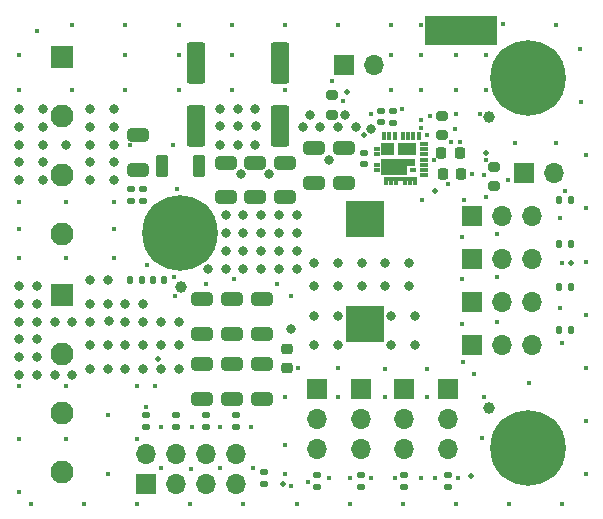
<source format=gts>
%TF.GenerationSoftware,KiCad,Pcbnew,6.0.1-79c1e3a40b~116~ubuntu20.04.1*%
%TF.CreationDate,2022-01-22T21:44:10+01:00*%
%TF.ProjectId,Step_Down_Converter,53746570-5f44-46f7-976e-5f436f6e7665,rev?*%
%TF.SameCoordinates,Original*%
%TF.FileFunction,Soldermask,Top*%
%TF.FilePolarity,Negative*%
%FSLAX46Y46*%
G04 Gerber Fmt 4.6, Leading zero omitted, Abs format (unit mm)*
G04 Created by KiCad (PCBNEW 6.0.1-79c1e3a40b~116~ubuntu20.04.1) date 2022-01-22 21:44:10*
%MOMM*%
%LPD*%
G01*
G04 APERTURE LIST*
G04 Aperture macros list*
%AMRoundRect*
0 Rectangle with rounded corners*
0 $1 Rounding radius*
0 $2 $3 $4 $5 $6 $7 $8 $9 X,Y pos of 4 corners*
0 Add a 4 corners polygon primitive as box body*
4,1,4,$2,$3,$4,$5,$6,$7,$8,$9,$2,$3,0*
0 Add four circle primitives for the rounded corners*
1,1,$1+$1,$2,$3*
1,1,$1+$1,$4,$5*
1,1,$1+$1,$6,$7*
1,1,$1+$1,$8,$9*
0 Add four rect primitives between the rounded corners*
20,1,$1+$1,$2,$3,$4,$5,0*
20,1,$1+$1,$4,$5,$6,$7,0*
20,1,$1+$1,$6,$7,$8,$9,0*
20,1,$1+$1,$8,$9,$2,$3,0*%
%AMFreePoly0*
4,1,16,2.200035,0.362535,2.200050,0.362500,2.200050,0.087500,2.200035,0.087465,2.200000,0.087450,0.150000,0.087450,0.150000,-0.362500,-0.150000,-0.362500,-0.150000,0.087450,-0.150035,0.087465,-0.150050,0.087500,-0.150050,0.362500,-0.150035,0.362535,-0.150000,0.362550,2.200000,0.362550,2.200035,0.362535,2.200035,0.362535,$1*%
%AMFreePoly1*
4,1,13,0.500035,0.950035,0.500050,0.950000,0.500050,-0.625000,0.500035,-0.625035,0.500000,-0.625050,-0.550000,-0.625050,-0.550035,-0.625035,-0.550050,-0.625000,-0.550050,0.950000,-0.550035,0.950035,-0.550000,0.950050,0.500000,0.950050,0.500035,0.950035,0.500035,0.950035,$1*%
%AMFreePoly2*
4,1,13,0.500035,0.600035,0.500050,0.600000,0.500050,-0.550000,0.500035,-0.550035,0.500000,-0.550050,-0.550000,-0.550050,-0.550035,-0.550035,-0.550050,-0.550000,-0.550050,0.600000,-0.550035,0.600035,-0.550000,0.600050,0.500000,0.600050,0.500035,0.600035,0.500035,0.600035,$1*%
%AMFreePoly3*
4,1,17,0.550035,1.200035,0.550050,1.200000,0.550050,-1.625000,0.550035,-1.625035,0.550000,-1.625050,0.095000,-1.625050,0.094965,-1.625035,0.094950,-1.625000,0.094950,-0.975050,-0.650000,-0.975050,-0.650035,-0.975035,-0.650050,-0.975000,-0.650050,1.200000,-0.650035,1.200035,-0.650000,1.200050,0.550000,1.200050,0.550035,1.200035,0.550035,1.200035,$1*%
G04 Aperture macros list end*
%ADD10C,0.010000*%
%ADD11C,0.000100*%
%ADD12R,1.700000X1.700000*%
%ADD13O,1.700000X1.700000*%
%ADD14RoundRect,0.200000X0.275000X-0.200000X0.275000X0.200000X-0.275000X0.200000X-0.275000X-0.200000X0*%
%ADD15RoundRect,0.135000X-0.135000X-0.185000X0.135000X-0.185000X0.135000X0.185000X-0.135000X0.185000X0*%
%ADD16RoundRect,0.250000X-0.650000X0.325000X-0.650000X-0.325000X0.650000X-0.325000X0.650000X0.325000X0*%
%ADD17RoundRect,0.135000X-0.185000X0.135000X-0.185000X-0.135000X0.185000X-0.135000X0.185000X0.135000X0*%
%ADD18C,6.400000*%
%ADD19RoundRect,0.147500X0.147500X0.172500X-0.147500X0.172500X-0.147500X-0.172500X0.147500X-0.172500X0*%
%ADD20RoundRect,0.135000X0.185000X-0.135000X0.185000X0.135000X-0.185000X0.135000X-0.185000X-0.135000X0*%
%ADD21C,0.500000*%
%ADD22RoundRect,0.250000X0.550000X-1.500000X0.550000X1.500000X-0.550000X1.500000X-0.550000X-1.500000X0*%
%ADD23RoundRect,0.135000X0.135000X0.185000X-0.135000X0.185000X-0.135000X-0.185000X0.135000X-0.185000X0*%
%ADD24C,1.000000*%
%ADD25RoundRect,0.250000X0.650000X-0.325000X0.650000X0.325000X-0.650000X0.325000X-0.650000X-0.325000X0*%
%ADD26RoundRect,0.140000X0.170000X-0.140000X0.170000X0.140000X-0.170000X0.140000X-0.170000X-0.140000X0*%
%ADD27R,3.251000X3.124000*%
%ADD28RoundRect,0.140000X-0.170000X0.140000X-0.170000X-0.140000X0.170000X-0.140000X0.170000X0.140000X0*%
%ADD29RoundRect,0.225000X-0.250000X0.225000X-0.250000X-0.225000X0.250000X-0.225000X0.250000X0.225000X0*%
%ADD30R,1.950000X1.950000*%
%ADD31C,1.950000*%
%ADD32R,0.550000X0.300000*%
%ADD33FreePoly0,0.000000*%
%ADD34R,0.300000X0.725000*%
%ADD35R,0.300000X0.730000*%
%ADD36R,0.725000X0.300000*%
%ADD37FreePoly1,90.000000*%
%ADD38FreePoly2,90.000000*%
%ADD39FreePoly3,90.000000*%
%ADD40R,0.580000X0.380000*%
%ADD41RoundRect,0.225000X-0.225000X-0.250000X0.225000X-0.250000X0.225000X0.250000X-0.225000X0.250000X0*%
%ADD42RoundRect,0.147500X-0.172500X0.147500X-0.172500X-0.147500X0.172500X-0.147500X0.172500X0.147500X0*%
%ADD43RoundRect,0.250000X-0.275000X-0.700000X0.275000X-0.700000X0.275000X0.700000X-0.275000X0.700000X0*%
%ADD44C,0.400000*%
%ADD45C,0.800000*%
G04 APERTURE END LIST*
D10*
X199400000Y-106100000D02*
X205400000Y-106100000D01*
X205400000Y-106100000D02*
X205400000Y-108500000D01*
X205400000Y-108500000D02*
X199400000Y-108500000D01*
X199400000Y-108500000D02*
X199400000Y-106100000D01*
D11*
X198237500Y-120035000D02*
X195887500Y-120035000D01*
X195887500Y-120035000D02*
X195887500Y-119760000D01*
X195887500Y-119760000D02*
X198237500Y-119760000D01*
X198237500Y-119760000D02*
X198237500Y-120035000D01*
G36*
X198237500Y-120035000D02*
G01*
X195887500Y-120035000D01*
X195887500Y-119760000D01*
X198237500Y-119760000D01*
X198237500Y-120035000D01*
G37*
X198237500Y-120035000D02*
X195887500Y-120035000D01*
X195887500Y-119760000D01*
X198237500Y-119760000D01*
X198237500Y-120035000D01*
X198437500Y-118715000D02*
X197787500Y-118715000D01*
X197787500Y-118715000D02*
X197787500Y-119460000D01*
X197787500Y-119460000D02*
X195612500Y-119460000D01*
X195612500Y-119460000D02*
X195612500Y-118260000D01*
X195612500Y-118260000D02*
X198437500Y-118260000D01*
X198437500Y-118260000D02*
X198437500Y-118715000D01*
G36*
X198437500Y-118715000D02*
G01*
X197787500Y-118715000D01*
X197787500Y-119460000D01*
X195612500Y-119460000D01*
X195612500Y-118260000D01*
X198437500Y-118260000D01*
X198437500Y-118715000D01*
G37*
X198437500Y-118715000D02*
X197787500Y-118715000D01*
X197787500Y-119460000D01*
X195612500Y-119460000D01*
X195612500Y-118260000D01*
X198437500Y-118260000D01*
X198437500Y-118715000D01*
D12*
X192550000Y-110300000D03*
D13*
X195090000Y-110300000D03*
D14*
X200775000Y-116225000D03*
X200775000Y-114575000D03*
D15*
X174390000Y-128500000D03*
X175410000Y-128500000D03*
D16*
X185000000Y-118525000D03*
X185000000Y-121475000D03*
D17*
X174450000Y-120765000D03*
X174450000Y-121785000D03*
D16*
X192500000Y-117275000D03*
X192500000Y-120225000D03*
D18*
X208100000Y-111400000D03*
D19*
X177285000Y-128500000D03*
X176315000Y-128500000D03*
D20*
X193945000Y-146010000D03*
X193945000Y-144990000D03*
D21*
X176750000Y-135150000D03*
D12*
X203358000Y-130350000D03*
D13*
X205898000Y-130350000D03*
X208438000Y-130350000D03*
D22*
X187125000Y-115450000D03*
X187125000Y-110050000D03*
D20*
X196625000Y-115135000D03*
X196625000Y-114115000D03*
X190262000Y-146010000D03*
X190262000Y-144990000D03*
D12*
X193945000Y-137650000D03*
D13*
X193945000Y-140190000D03*
X193945000Y-142730000D03*
D23*
X211710000Y-132675000D03*
X210690000Y-132675000D03*
D24*
X204800000Y-139300000D03*
D25*
X180525000Y-133025000D03*
X180525000Y-130075000D03*
D26*
X195609000Y-115105000D03*
X195609000Y-114145000D03*
D17*
X175775000Y-139851000D03*
X175775000Y-140871000D03*
D14*
X205175000Y-120525000D03*
X205175000Y-118875000D03*
D12*
X203358000Y-134000000D03*
D13*
X205898000Y-134000000D03*
X208438000Y-134000000D03*
D25*
X183065000Y-133025000D03*
X183065000Y-130075000D03*
D27*
X194250000Y-123279500D03*
X194250000Y-132220500D03*
D17*
X180855000Y-139851000D03*
X180855000Y-140871000D03*
D12*
X203358000Y-123050000D03*
D13*
X205898000Y-123050000D03*
X208438000Y-123050000D03*
D16*
X183065000Y-135575000D03*
X183065000Y-138525000D03*
D20*
X197628000Y-146010000D03*
X197628000Y-144990000D03*
D16*
X187500000Y-118525000D03*
X187500000Y-121475000D03*
D12*
X201311000Y-137650000D03*
D13*
X201311000Y-140190000D03*
X201311000Y-142730000D03*
D14*
X191475000Y-114475000D03*
X191475000Y-112825000D03*
D17*
X183395000Y-139851000D03*
X183395000Y-140871000D03*
D25*
X175075000Y-119175000D03*
X175075000Y-116225000D03*
D21*
X204500000Y-117700000D03*
D12*
X203358000Y-126700000D03*
D13*
X205898000Y-126700000D03*
X208438000Y-126700000D03*
D16*
X185605000Y-135575000D03*
X185605000Y-138525000D03*
D28*
X185740800Y-144740000D03*
X185740800Y-145700000D03*
D12*
X207775000Y-119400000D03*
D13*
X210315000Y-119400000D03*
D21*
X187315600Y-145700000D03*
D24*
X204800000Y-114700000D03*
D16*
X180525000Y-135575000D03*
X180525000Y-138525000D03*
D29*
X187647000Y-134331000D03*
X187647000Y-135881000D03*
D30*
X168662500Y-129750000D03*
D31*
X168662500Y-134750000D03*
X168662500Y-139750000D03*
X168662500Y-144750000D03*
D32*
X195337500Y-117360000D03*
X195337500Y-117810000D03*
X195337500Y-118710000D03*
X195337500Y-119160000D03*
D33*
X196037500Y-120122500D03*
D34*
X196487500Y-120122500D03*
X196937500Y-120122500D03*
X197637500Y-120122500D03*
X198087500Y-120122500D03*
D35*
X198537500Y-120122500D03*
D36*
X199300500Y-119612500D03*
X199300500Y-119162500D03*
X199300500Y-118712500D03*
X199300500Y-118262500D03*
X199300500Y-117812500D03*
X199300500Y-117362500D03*
X199300500Y-116912500D03*
D34*
X198837500Y-116250000D03*
X198387500Y-116250000D03*
X197937500Y-116250000D03*
X197487500Y-116250000D03*
X196787500Y-116250000D03*
X196337500Y-116250000D03*
X195887500Y-116250000D03*
D37*
X198012500Y-117410000D03*
D38*
X196212500Y-117410000D03*
D39*
X196812500Y-118810000D03*
D40*
X198347500Y-119177500D03*
D41*
X200750000Y-117675000D03*
X202300000Y-117675000D03*
D18*
X178600000Y-124500000D03*
D21*
X203300000Y-145025000D03*
D28*
X194187750Y-117707500D03*
X194187750Y-118667500D03*
D21*
X211710000Y-127025000D03*
D42*
X175450000Y-120790000D03*
X175450000Y-121760000D03*
D24*
X178675000Y-129050000D03*
D23*
X211710000Y-125375000D03*
X210690000Y-125375000D03*
D12*
X175785000Y-145700000D03*
D13*
X175785000Y-143160000D03*
X178325000Y-145700000D03*
X178325000Y-143160000D03*
X180865000Y-145700000D03*
X180865000Y-143160000D03*
X183405000Y-145700000D03*
X183405000Y-143160000D03*
D17*
X178315000Y-139851000D03*
X178315000Y-140871000D03*
D30*
X168662500Y-109600000D03*
D31*
X168662500Y-114600000D03*
X168662500Y-119600000D03*
X168662500Y-124600000D03*
D21*
X192725000Y-112575000D03*
D12*
X197628000Y-137650000D03*
D13*
X197628000Y-140190000D03*
X197628000Y-142730000D03*
D16*
X190000000Y-117275000D03*
X190000000Y-120225000D03*
D43*
X177075000Y-118800000D03*
X180225000Y-118800000D03*
D21*
X200200000Y-120900000D03*
D22*
X179950000Y-115450000D03*
X179950000Y-110050000D03*
D16*
X182500000Y-118525000D03*
X182500000Y-121475000D03*
D23*
X211710000Y-121725000D03*
X210690000Y-121725000D03*
D12*
X190262000Y-137650000D03*
D13*
X190262000Y-140190000D03*
X190262000Y-142730000D03*
D20*
X201311000Y-146010000D03*
X201311000Y-144990000D03*
D21*
X194187750Y-116155500D03*
D25*
X185605000Y-133025000D03*
X185605000Y-130075000D03*
D23*
X211710000Y-129025000D03*
X210690000Y-129025000D03*
D18*
X208100000Y-142650000D03*
D41*
X200905750Y-119450000D03*
X202455750Y-119450000D03*
D44*
X165000000Y-124150000D03*
X183000000Y-106900000D03*
X196950000Y-119200000D03*
X178100000Y-128200000D03*
X165000000Y-109400000D03*
X172500000Y-144900000D03*
X199100000Y-121700000D03*
X184000000Y-147400000D03*
D45*
X188500000Y-124500000D03*
D44*
X193000000Y-145200000D03*
X213000000Y-122400000D03*
X178200000Y-129800000D03*
X197400000Y-114000000D03*
X196000000Y-138400000D03*
X204500000Y-109400000D03*
D45*
X192000000Y-129000000D03*
D44*
X213000000Y-126900000D03*
X180800000Y-128800000D03*
X203382550Y-119500000D03*
X175800000Y-127200000D03*
D45*
X190000000Y-129000000D03*
D44*
X193000000Y-147450000D03*
X206000000Y-106800000D03*
X203500000Y-136400000D03*
X196000000Y-136000000D03*
X199825000Y-114575000D03*
X212600000Y-113400000D03*
X187500000Y-106900000D03*
X210800000Y-130800000D03*
D45*
X196000000Y-129000000D03*
D44*
X188000000Y-129800000D03*
X176500000Y-137400000D03*
X186800000Y-128800000D03*
D45*
X185500000Y-124500000D03*
D44*
X192400000Y-113300000D03*
X204500000Y-112400000D03*
X177000000Y-140900000D03*
D45*
X182500000Y-126000000D03*
D44*
X166500000Y-107400000D03*
X210500000Y-106900000D03*
X192000000Y-106900000D03*
D45*
X194000000Y-129000000D03*
D44*
X175000000Y-147400000D03*
X198000000Y-118500000D03*
X183000000Y-109400000D03*
X211000000Y-133800000D03*
X169500000Y-112400000D03*
D45*
X187000000Y-123000000D03*
D44*
X173000000Y-124150000D03*
X199000000Y-106900000D03*
X183000000Y-112400000D03*
X206400000Y-120000000D03*
X169500000Y-106900000D03*
X204500000Y-121400000D03*
X165000000Y-112400000D03*
X178400000Y-120800000D03*
X197500000Y-147450000D03*
X187500000Y-144900000D03*
D45*
X185500000Y-123000000D03*
D44*
X199000000Y-112400000D03*
X202700000Y-121700000D03*
D45*
X198000000Y-129000000D03*
D44*
X165000000Y-126600000D03*
X208200000Y-137200000D03*
X204200000Y-141800000D03*
D45*
X187000000Y-124500000D03*
D44*
X169000000Y-126600000D03*
X200200000Y-145200000D03*
X213000000Y-135900000D03*
D45*
X190000000Y-127000000D03*
D44*
X194800000Y-145200000D03*
X169000000Y-121900000D03*
X169000000Y-137400000D03*
X202300000Y-116800000D03*
X188500000Y-147450000D03*
D45*
X182500000Y-123000000D03*
X184000000Y-124500000D03*
D44*
X211000000Y-127000000D03*
D45*
X198000000Y-127000000D03*
D44*
X202000000Y-147450000D03*
X183200000Y-128400000D03*
X187500000Y-112400000D03*
X184800000Y-144400000D03*
D45*
X196000000Y-127000000D03*
D44*
X182000000Y-140900000D03*
X202500000Y-124800000D03*
X196950000Y-118500000D03*
D45*
X184000000Y-127500000D03*
D44*
X213000000Y-140400000D03*
X202500000Y-132200000D03*
X165000000Y-121900000D03*
X199521750Y-116155500D03*
X199500000Y-138400000D03*
D45*
X187000000Y-126000000D03*
D44*
X199500000Y-136000000D03*
X213000000Y-117900000D03*
X199000000Y-145200000D03*
X211200000Y-120900000D03*
D45*
X188500000Y-123000000D03*
D44*
X165000000Y-137400000D03*
X204400000Y-119600000D03*
X174000000Y-109400000D03*
D45*
X184000000Y-126000000D03*
X182500000Y-127500000D03*
D44*
X196000000Y-118500000D03*
X213000000Y-144900000D03*
X210500000Y-116900000D03*
D45*
X185500000Y-127500000D03*
D44*
X166000000Y-147400000D03*
X189500000Y-145600000D03*
X199000000Y-109400000D03*
X174000000Y-106900000D03*
D45*
X187000000Y-127500000D03*
D44*
X187500000Y-142400000D03*
X173000000Y-121900000D03*
X187500000Y-138400000D03*
X174000000Y-112400000D03*
X196500000Y-109400000D03*
X191200000Y-145200000D03*
X182000000Y-144400000D03*
X198000000Y-117400000D03*
D45*
X182500000Y-124500000D03*
D44*
X204000000Y-114400000D03*
X205500000Y-124600000D03*
X170500000Y-147400000D03*
X202000000Y-114400000D03*
D45*
X185500000Y-126000000D03*
D44*
X204400000Y-138400000D03*
X175000000Y-137400000D03*
X169000000Y-141900000D03*
X206500000Y-147450000D03*
X201300000Y-120300000D03*
X202200000Y-145200000D03*
X196500000Y-112400000D03*
X213000000Y-131400000D03*
X178500000Y-112400000D03*
X178000000Y-117000000D03*
X211000000Y-147450000D03*
D45*
X184000000Y-123000000D03*
X192000000Y-127000000D03*
D44*
X196000000Y-119200000D03*
X207000000Y-116900000D03*
D45*
X188500000Y-127500000D03*
D44*
X205500000Y-132000000D03*
X175000000Y-141900000D03*
X184600000Y-140900000D03*
D45*
X188500000Y-126000000D03*
D44*
X173000000Y-126600000D03*
X202000000Y-109400000D03*
X179600000Y-140900000D03*
X201600000Y-116800000D03*
X165000000Y-146400000D03*
X191500000Y-111650000D03*
X202600000Y-135400000D03*
X196500000Y-106900000D03*
X192000000Y-135900000D03*
X177000000Y-144400000D03*
X202500000Y-128400000D03*
X202000000Y-112400000D03*
X172500000Y-139900000D03*
X205500000Y-128200000D03*
D45*
X194000000Y-127000000D03*
X181000000Y-127500000D03*
D44*
X196800000Y-145200000D03*
X188600000Y-135900000D03*
X178500000Y-109400000D03*
X210800000Y-123200000D03*
X194800000Y-114400000D03*
X192000000Y-138400000D03*
X178500000Y-106900000D03*
X174400000Y-117000000D03*
X165000000Y-141900000D03*
X179500000Y-147400000D03*
X212500000Y-108900000D03*
X179585000Y-144425000D03*
X199050000Y-114950000D03*
D45*
X192000000Y-115500000D03*
X189600000Y-114500000D03*
X191200000Y-118300000D03*
X193500000Y-115500000D03*
X182050000Y-115450000D03*
X183800000Y-119500000D03*
X182000000Y-114000000D03*
X192600000Y-114500000D03*
X183500000Y-114000000D03*
X194800000Y-115700000D03*
X185050000Y-115450000D03*
X183550000Y-115450000D03*
X190500000Y-115500000D03*
X183500000Y-117000000D03*
X185000000Y-117000000D03*
X182000000Y-117000000D03*
X185000000Y-114000000D03*
D44*
X196150000Y-117450000D03*
D45*
X186200000Y-119500000D03*
X189000000Y-115500000D03*
D44*
X200100000Y-118325000D03*
X204499511Y-118325000D03*
X188000000Y-145875000D03*
X201950000Y-115700000D03*
D45*
X165000000Y-130500000D03*
X192000000Y-131500000D03*
X171000000Y-132000000D03*
X192000000Y-134000000D03*
X165000000Y-133500000D03*
X171000000Y-136000000D03*
X198500000Y-134000000D03*
X175500000Y-134000000D03*
X169500000Y-132000000D03*
X196500000Y-131500000D03*
X175500000Y-136000000D03*
X172500000Y-134000000D03*
X178500000Y-136000000D03*
X196500000Y-134000000D03*
X166500000Y-132000000D03*
X165000000Y-129000000D03*
X175500000Y-132000000D03*
X165000000Y-135000000D03*
X198500000Y-131500000D03*
X177000000Y-134000000D03*
X166500000Y-136500000D03*
X188000000Y-132600000D03*
X166500000Y-130500000D03*
X172500000Y-136000000D03*
X168000000Y-136500000D03*
X177000000Y-132000000D03*
X171000000Y-134000000D03*
X174000000Y-130500000D03*
X166500000Y-129000000D03*
X172500000Y-128500000D03*
X171000000Y-128500000D03*
X175500000Y-130500000D03*
X172500000Y-130500000D03*
X172600000Y-131900000D03*
X165000000Y-136500000D03*
X177000000Y-136000000D03*
X174000000Y-132000000D03*
X174000000Y-134000000D03*
X178500000Y-132000000D03*
D44*
X199050000Y-115575000D03*
X175775000Y-139175000D03*
D45*
X178500000Y-134000000D03*
X166500000Y-135000000D03*
X171000000Y-130500000D03*
X165000000Y-132000000D03*
X190000000Y-134000000D03*
X174000000Y-136000000D03*
X169500000Y-136500000D03*
X168000000Y-132000000D03*
X166500000Y-133500000D03*
X190000000Y-131500000D03*
X171000000Y-117000000D03*
X171000000Y-120000000D03*
X173000000Y-120000000D03*
X171000000Y-118500000D03*
X165000000Y-115500000D03*
X165000000Y-118500000D03*
X173000000Y-117000000D03*
X165000000Y-117000000D03*
X169000000Y-117000000D03*
X167000000Y-114000000D03*
X165000000Y-120000000D03*
X173000000Y-114000000D03*
X171000000Y-114000000D03*
X167000000Y-118500000D03*
X167000000Y-117000000D03*
X167000000Y-120000000D03*
X165000000Y-114000000D03*
X173000000Y-118500000D03*
X173000000Y-115500000D03*
X167000000Y-115500000D03*
X171000000Y-115500000D03*
G36*
X205342121Y-106170002D02*
G01*
X205388614Y-106223658D01*
X205400000Y-106276000D01*
X205400000Y-108374000D01*
X205379998Y-108442121D01*
X205326342Y-108488614D01*
X205274000Y-108500000D01*
X199526000Y-108500000D01*
X199457879Y-108479998D01*
X199411386Y-108426342D01*
X199400000Y-108374000D01*
X199400000Y-106276000D01*
X199420002Y-106207879D01*
X199473658Y-106161386D01*
X199526000Y-106150000D01*
X205274000Y-106150000D01*
X205342121Y-106170002D01*
G37*
M02*

</source>
